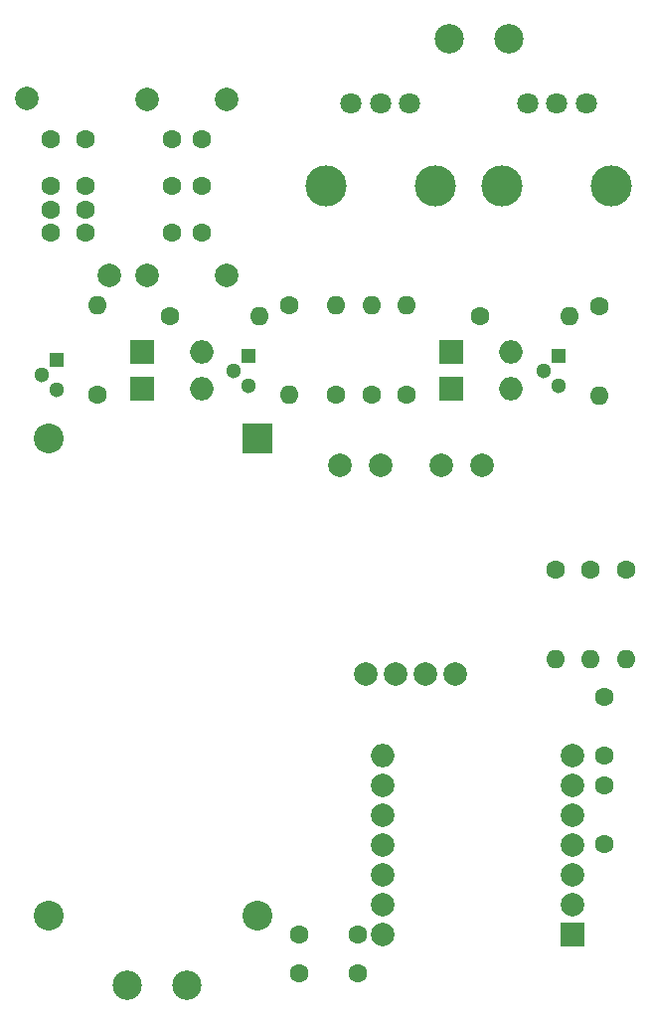
<source format=gbr>
%TF.GenerationSoftware,KiCad,Pcbnew,7.0.9*%
%TF.CreationDate,2023-12-17T20:03:09-08:00*%
%TF.ProjectId,schematic,73636865-6d61-4746-9963-2e6b69636164,rev?*%
%TF.SameCoordinates,Original*%
%TF.FileFunction,Soldermask,Top*%
%TF.FilePolarity,Negative*%
%FSLAX46Y46*%
G04 Gerber Fmt 4.6, Leading zero omitted, Abs format (unit mm)*
G04 Created by KiCad (PCBNEW 7.0.9) date 2023-12-17 20:03:09*
%MOMM*%
%LPD*%
G01*
G04 APERTURE LIST*
%ADD10R,1.300000X1.300000*%
%ADD11C,1.300000*%
%ADD12C,1.600000*%
%ADD13O,1.600000X1.600000*%
%ADD14R,2.540000X2.540000*%
%ADD15C,2.540000*%
%ADD16R,2.000000X2.000000*%
%ADD17O,2.000000X2.000000*%
%ADD18C,2.500000*%
%ADD19C,2.000000*%
%ADD20O,2.000000X1.998980*%
%ADD21C,1.800000*%
%ADD22C,3.500000*%
G04 APERTURE END LIST*
D10*
%TO.C,Q2*%
X121820000Y-78940000D03*
D11*
X120550000Y-80210000D03*
X121820000Y-81480000D03*
%TD*%
D12*
%TO.C,R6*%
X125330000Y-74690000D03*
D13*
X125330000Y-82310000D03*
%TD*%
D12*
%TO.C,C4*%
X152173560Y-108000000D03*
X152173560Y-113000000D03*
%TD*%
D14*
%TO.C,U2*%
X122610000Y-86000000D03*
D15*
X104830000Y-86000000D03*
X104830000Y-126640000D03*
X122610000Y-126640000D03*
%TD*%
D16*
%TO.C,D4*%
X139080000Y-81760000D03*
D17*
X144160000Y-81760000D03*
%TD*%
D16*
%TO.C,D1*%
X112760000Y-78660000D03*
D17*
X117840000Y-78660000D03*
%TD*%
D18*
%TO.C,L1*%
X138960000Y-52000000D03*
X144040000Y-52000000D03*
%TD*%
D10*
%TO.C,Q1*%
X105500000Y-79310000D03*
D11*
X104230000Y-80580000D03*
X105500000Y-81850000D03*
%TD*%
D12*
%TO.C,R9*%
X148000000Y-97190000D03*
D13*
X148000000Y-104810000D03*
%TD*%
D16*
%TO.C,D3*%
X139080000Y-78660000D03*
D17*
X144160000Y-78660000D03*
%TD*%
D12*
%TO.C,R8*%
X151730000Y-74715000D03*
D13*
X151730000Y-82335000D03*
%TD*%
D12*
%TO.C,R3*%
X135330000Y-82310000D03*
D13*
X135330000Y-74690000D03*
%TD*%
D12*
%TO.C,R4*%
X109010000Y-82260000D03*
D13*
X109010000Y-74640000D03*
%TD*%
D19*
%TO.C,U3*%
X138250000Y-88255000D03*
X141750000Y-88255000D03*
X129614000Y-88255000D03*
X133114000Y-88255000D03*
X131872000Y-106035000D03*
X134412000Y-106035000D03*
X136952000Y-106035000D03*
X139492000Y-106035000D03*
%TD*%
D16*
%TO.C,U1*%
X149414560Y-128240000D03*
D19*
X149414560Y-125700000D03*
X149414560Y-123160000D03*
X149414560Y-120620000D03*
X149414560Y-118080000D03*
X149414560Y-115540000D03*
X149414560Y-113000000D03*
D20*
X133250000Y-113000000D03*
D19*
X133250000Y-115540000D03*
X133250000Y-118080000D03*
X133250000Y-120620000D03*
X133250000Y-123160000D03*
X133250000Y-125700000D03*
X133250000Y-128240000D03*
%TD*%
D12*
%TO.C,R11*%
X154000000Y-97190000D03*
D13*
X154000000Y-104810000D03*
%TD*%
D12*
%TO.C,R5*%
X115160000Y-75560000D03*
D13*
X122780000Y-75560000D03*
%TD*%
D12*
%TO.C,R7*%
X141560000Y-75610000D03*
D13*
X149180000Y-75610000D03*
%TD*%
D12*
%TO.C,R2*%
X132330000Y-82310000D03*
D13*
X132330000Y-74690000D03*
%TD*%
D12*
%TO.C,C1*%
X131122000Y-128240000D03*
X126122000Y-128240000D03*
%TD*%
%TO.C,C2*%
X131122000Y-131590000D03*
X126122000Y-131590000D03*
%TD*%
D10*
%TO.C,Q3*%
X148220000Y-78940000D03*
D11*
X146950000Y-80210000D03*
X148220000Y-81480000D03*
%TD*%
D12*
%TO.C,R10*%
X151000000Y-97190000D03*
D13*
X151000000Y-104810000D03*
%TD*%
D12*
%TO.C,C3*%
X152173560Y-120540000D03*
X152173560Y-115540000D03*
%TD*%
%TO.C,R1*%
X129330000Y-82310000D03*
D13*
X129330000Y-74690000D03*
%TD*%
D18*
%TO.C,V1*%
X116580000Y-132545000D03*
X111500000Y-132545000D03*
%TD*%
D16*
%TO.C,D2*%
X112760000Y-81760000D03*
D17*
X117840000Y-81760000D03*
%TD*%
D21*
%TO.C,RV2*%
X130600000Y-57500000D03*
X133100000Y-57500000D03*
X135600000Y-57500000D03*
D22*
X128450000Y-64500000D03*
X137750000Y-64500000D03*
%TD*%
D12*
%TO.C,SW1*%
X117895000Y-64500000D03*
X117895000Y-60500000D03*
X117895000Y-68500000D03*
X115355000Y-64500000D03*
X115355000Y-60500000D03*
X115355000Y-68500000D03*
D19*
X120000000Y-57100000D03*
X113250000Y-57100000D03*
X120000000Y-72100000D03*
X113250000Y-72100000D03*
%TD*%
D21*
%TO.C,RV1*%
X145600000Y-57500000D03*
X148100000Y-57500000D03*
X150600000Y-57500000D03*
D22*
X143450000Y-64500000D03*
X152750000Y-64500000D03*
%TD*%
D12*
%TO.C,SW2*%
X108000000Y-60500000D03*
X108000000Y-64500000D03*
X108000000Y-68500000D03*
X108000000Y-66500000D03*
X105000000Y-60500000D03*
X105000000Y-64500000D03*
X105000000Y-68500000D03*
X105000000Y-66500000D03*
D19*
X103000000Y-57010000D03*
X110000000Y-72090000D03*
%TD*%
M02*

</source>
